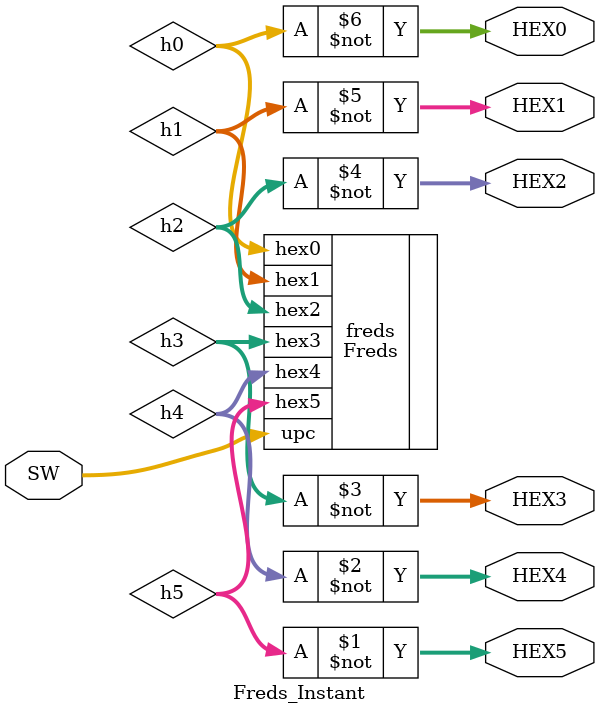
<source format=sv>
module Freds_Instant(HEX5, HEX4, HEX3, HEX2, HEX1, HEX0, SW);
	output logic [6:0] HEX5, HEX4, HEX3, HEX2, HEX1, HEX0;
	input logic [2:0] SW; 
	logic [6:0] h5, h4, h3, h2, h1, h0;

	Freds freds (.hex5(h5), .hex4(h4), .hex3(h3), .hex2(h2), .hex1(h1), .hex0(h0), .upc(SW[2:0]));
	
	assign HEX5 = ~h5;
	assign HEX4 = ~h4;
	assign HEX3 = ~h3;
	assign HEX2 = ~h2;
	assign HEX1 = ~h1;
	assign HEX0 = ~h0;
	
endmodule

</source>
